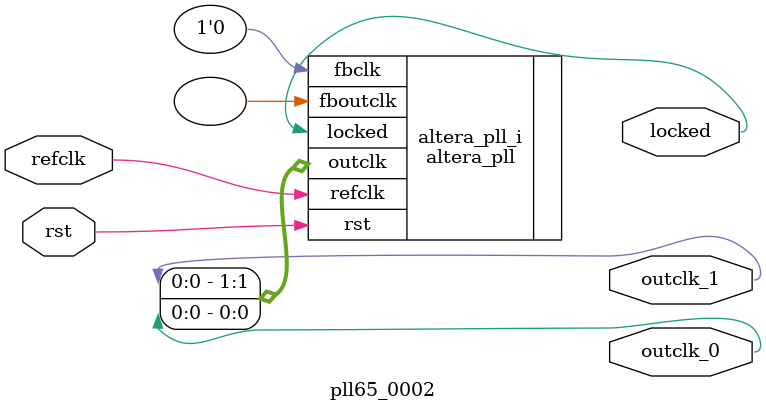
<source format=v>
`timescale 1ns/10ps
module  pll65_0002(

	// interface 'refclk'
	input wire refclk,

	// interface 'reset'
	input wire rst,

	// interface 'outclk0'
	output wire outclk_0,

	// interface 'outclk1'
	output wire outclk_1,

	// interface 'locked'
	output wire locked
);

	altera_pll #(
		.fractional_vco_multiplier("false"),
		.reference_clock_frequency("50.0 MHz"),
		.operation_mode("direct"),
		.number_of_clocks(2),
		.output_clock_frequency0("65.000000 MHz"),
		.phase_shift0("7692 ps"),
		.duty_cycle0(40),
		.output_clock_frequency1("65.000000 MHz"),
		.phase_shift1("0 ps"),
		.duty_cycle1(40),
		.output_clock_frequency2("0 MHz"),
		.phase_shift2("0 ps"),
		.duty_cycle2(50),
		.output_clock_frequency3("0 MHz"),
		.phase_shift3("0 ps"),
		.duty_cycle3(50),
		.output_clock_frequency4("0 MHz"),
		.phase_shift4("0 ps"),
		.duty_cycle4(50),
		.output_clock_frequency5("0 MHz"),
		.phase_shift5("0 ps"),
		.duty_cycle5(50),
		.output_clock_frequency6("0 MHz"),
		.phase_shift6("0 ps"),
		.duty_cycle6(50),
		.output_clock_frequency7("0 MHz"),
		.phase_shift7("0 ps"),
		.duty_cycle7(50),
		.output_clock_frequency8("0 MHz"),
		.phase_shift8("0 ps"),
		.duty_cycle8(50),
		.output_clock_frequency9("0 MHz"),
		.phase_shift9("0 ps"),
		.duty_cycle9(50),
		.output_clock_frequency10("0 MHz"),
		.phase_shift10("0 ps"),
		.duty_cycle10(50),
		.output_clock_frequency11("0 MHz"),
		.phase_shift11("0 ps"),
		.duty_cycle11(50),
		.output_clock_frequency12("0 MHz"),
		.phase_shift12("0 ps"),
		.duty_cycle12(50),
		.output_clock_frequency13("0 MHz"),
		.phase_shift13("0 ps"),
		.duty_cycle13(50),
		.output_clock_frequency14("0 MHz"),
		.phase_shift14("0 ps"),
		.duty_cycle14(50),
		.output_clock_frequency15("0 MHz"),
		.phase_shift15("0 ps"),
		.duty_cycle15(50),
		.output_clock_frequency16("0 MHz"),
		.phase_shift16("0 ps"),
		.duty_cycle16(50),
		.output_clock_frequency17("0 MHz"),
		.phase_shift17("0 ps"),
		.duty_cycle17(50),
		.pll_type("General"),
		.pll_subtype("General")
	) altera_pll_i (
		.rst	(rst),
		.outclk	({outclk_1, outclk_0}),
		.locked	(locked),
		.fboutclk	( ),
		.fbclk	(1'b0),
		.refclk	(refclk)
	);
endmodule


</source>
